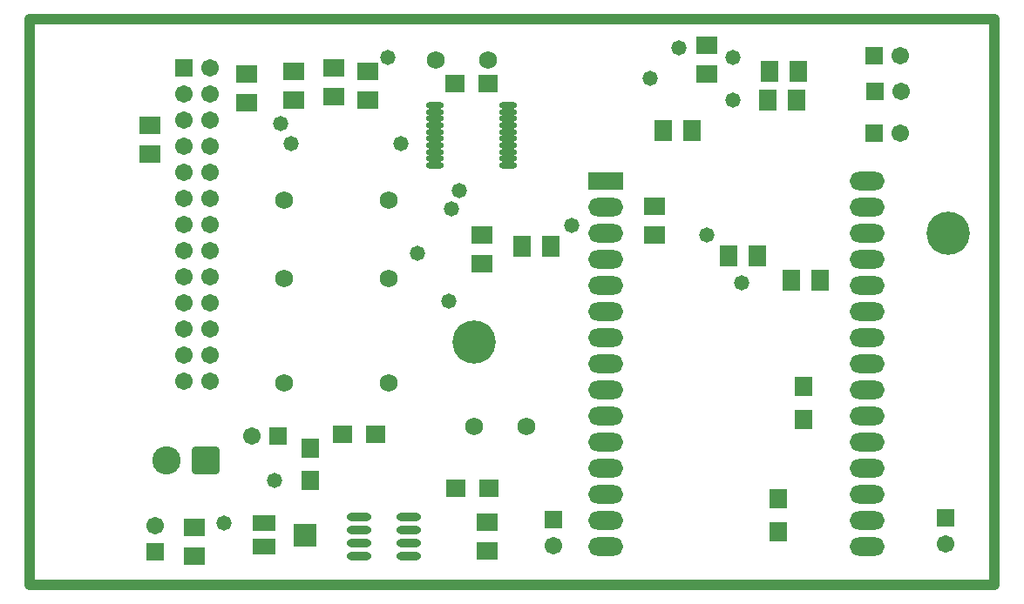
<source format=gts>
%FSLAX25Y25*%
%MOIN*%
G70*
G01*
G75*
G04 Layer_Color=8388736*
%ADD10O,0.05906X0.01772*%
%ADD11O,0.08661X0.02362*%
%ADD12R,0.07874X0.05118*%
%ADD13R,0.07874X0.07874*%
%ADD14R,0.06000X0.07000*%
%ADD15R,0.07087X0.06299*%
%ADD16R,0.06299X0.07087*%
%ADD17R,0.07000X0.06000*%
%ADD18C,0.03937*%
%ADD19C,0.01181*%
%ADD20C,0.00394*%
%ADD21C,0.01000*%
%ADD22C,0.06000*%
G04:AMPARAMS|DCode=23|XSize=100mil|YSize=100mil|CornerRadius=12.5mil|HoleSize=0mil|Usage=FLASHONLY|Rotation=90.000|XOffset=0mil|YOffset=0mil|HoleType=Round|Shape=RoundedRectangle|*
%AMROUNDEDRECTD23*
21,1,0.10000,0.07500,0,0,90.0*
21,1,0.07500,0.10000,0,0,90.0*
1,1,0.02500,0.03750,0.03750*
1,1,0.02500,0.03750,-0.03750*
1,1,0.02500,-0.03750,-0.03750*
1,1,0.02500,-0.03750,0.03750*
%
%ADD23ROUNDEDRECTD23*%
%ADD24C,0.10000*%
%ADD25C,0.05906*%
%ADD26R,0.05906X0.05906*%
%ADD27O,0.12598X0.06299*%
%ADD28R,0.12598X0.06299*%
%ADD29C,0.15748*%
%ADD30R,0.05906X0.05906*%
%ADD31C,0.05000*%
%ADD32O,0.06706X0.02572*%
%ADD33O,0.09461X0.03162*%
%ADD34R,0.08674X0.05918*%
%ADD35R,0.08674X0.08674*%
%ADD36R,0.06800X0.07800*%
%ADD37R,0.07887X0.07099*%
%ADD38R,0.07099X0.07887*%
%ADD39R,0.07800X0.06800*%
%ADD40C,0.06800*%
G04:AMPARAMS|DCode=41|XSize=108mil|YSize=108mil|CornerRadius=16.5mil|HoleSize=0mil|Usage=FLASHONLY|Rotation=90.000|XOffset=0mil|YOffset=0mil|HoleType=Round|Shape=RoundedRectangle|*
%AMROUNDEDRECTD41*
21,1,0.10800,0.07500,0,0,90.0*
21,1,0.07500,0.10800,0,0,90.0*
1,1,0.03300,0.03750,0.03750*
1,1,0.03300,0.03750,-0.03750*
1,1,0.03300,-0.03750,-0.03750*
1,1,0.03300,-0.03750,0.03750*
%
%ADD41ROUNDEDRECTD41*%
%ADD42C,0.10800*%
%ADD43C,0.06706*%
%ADD44R,0.06706X0.06706*%
%ADD45O,0.13398X0.07099*%
%ADD46R,0.13398X0.07099*%
%ADD47C,0.16548*%
%ADD48R,0.06706X0.06706*%
%ADD49C,0.05800*%
D18*
X165500Y300000D02*
Y516535D01*
X534646D01*
Y300000D02*
Y516535D01*
X165500Y300000D02*
X534646D01*
D32*
X320524Y483516D02*
D03*
Y480957D02*
D03*
Y478398D02*
D03*
Y475839D02*
D03*
Y473279D02*
D03*
Y470720D02*
D03*
Y468161D02*
D03*
Y465602D02*
D03*
Y463043D02*
D03*
Y460484D02*
D03*
X348476Y483516D02*
D03*
Y480957D02*
D03*
Y478398D02*
D03*
Y475839D02*
D03*
Y473279D02*
D03*
Y470720D02*
D03*
Y468161D02*
D03*
Y465602D02*
D03*
Y463043D02*
D03*
Y460484D02*
D03*
D33*
X291551Y326000D02*
D03*
Y321000D02*
D03*
Y316000D02*
D03*
Y311000D02*
D03*
X310449Y326000D02*
D03*
Y321000D02*
D03*
Y316000D02*
D03*
Y311000D02*
D03*
D34*
X255126Y323528D02*
D03*
Y314472D02*
D03*
D35*
X270874Y319000D02*
D03*
D36*
X461500Y375800D02*
D03*
Y363200D02*
D03*
X273000Y339700D02*
D03*
Y352300D02*
D03*
X452000Y320200D02*
D03*
Y332800D02*
D03*
D37*
X404500Y433988D02*
D03*
Y445012D02*
D03*
X338500Y434012D02*
D03*
Y422988D02*
D03*
X266500Y496512D02*
D03*
Y485488D02*
D03*
X295000Y496512D02*
D03*
Y485488D02*
D03*
X282000Y498012D02*
D03*
Y486988D02*
D03*
X248500Y495512D02*
D03*
Y484488D02*
D03*
X424500Y506512D02*
D03*
Y495488D02*
D03*
X228500Y310988D02*
D03*
Y322012D02*
D03*
X340500Y312988D02*
D03*
Y324012D02*
D03*
X211500Y464988D02*
D03*
Y476012D02*
D03*
D38*
X468012Y416500D02*
D03*
X456988D02*
D03*
X407988Y474000D02*
D03*
X419012D02*
D03*
X447988Y485500D02*
D03*
X459012D02*
D03*
X448488Y496500D02*
D03*
X459512D02*
D03*
X432988Y426000D02*
D03*
X444012D02*
D03*
X365012Y429500D02*
D03*
X353988D02*
D03*
D39*
X340800Y492000D02*
D03*
X328200D02*
D03*
X341300Y337000D02*
D03*
X328700D02*
D03*
X297800Y357500D02*
D03*
X285200D02*
D03*
D40*
X340800Y501000D02*
D03*
X320800D02*
D03*
X335500Y360500D02*
D03*
X355500D02*
D03*
X262713Y447291D02*
D03*
Y417291D02*
D03*
Y377291D02*
D03*
X302713D02*
D03*
Y417291D02*
D03*
Y447291D02*
D03*
D41*
X233000Y347500D02*
D03*
D42*
X218000D02*
D03*
D43*
X234500Y378000D02*
D03*
X224500D02*
D03*
X234500Y388000D02*
D03*
X224500D02*
D03*
X234500Y398000D02*
D03*
X224500D02*
D03*
X234500Y408000D02*
D03*
X224500D02*
D03*
X234500Y418000D02*
D03*
X224500D02*
D03*
X234500Y428000D02*
D03*
X224500D02*
D03*
X234500Y438000D02*
D03*
X224500D02*
D03*
X234500Y448000D02*
D03*
X224500D02*
D03*
X234500Y458000D02*
D03*
X224500D02*
D03*
X234500Y468000D02*
D03*
X224500D02*
D03*
X234500Y478000D02*
D03*
X224500D02*
D03*
X234500Y488000D02*
D03*
X224500D02*
D03*
X234500Y498000D02*
D03*
X516000Y315500D02*
D03*
X498500Y473000D02*
D03*
X499000Y489000D02*
D03*
X498500Y502500D02*
D03*
X250500Y357000D02*
D03*
X213500Y322500D02*
D03*
X366000Y315000D02*
D03*
D44*
X224500Y498000D02*
D03*
X516000Y325500D02*
D03*
X213500Y312500D02*
D03*
X366000Y325000D02*
D03*
D45*
X486000Y314500D02*
D03*
Y324500D02*
D03*
Y334500D02*
D03*
Y344500D02*
D03*
Y354500D02*
D03*
Y364500D02*
D03*
Y374500D02*
D03*
Y384500D02*
D03*
Y394500D02*
D03*
Y404500D02*
D03*
Y414500D02*
D03*
Y424500D02*
D03*
Y434500D02*
D03*
Y444500D02*
D03*
Y454500D02*
D03*
X386000Y314500D02*
D03*
Y324500D02*
D03*
Y334500D02*
D03*
Y344500D02*
D03*
Y354500D02*
D03*
Y364500D02*
D03*
Y374500D02*
D03*
Y384500D02*
D03*
Y394500D02*
D03*
Y404500D02*
D03*
Y414500D02*
D03*
Y424500D02*
D03*
Y434500D02*
D03*
Y444500D02*
D03*
D46*
Y454500D02*
D03*
D47*
X517000Y434500D02*
D03*
X335500Y393000D02*
D03*
D48*
X488500Y473000D02*
D03*
X489000Y489000D02*
D03*
X488500Y502500D02*
D03*
X260500Y357000D02*
D03*
D49*
X438000Y415500D02*
D03*
X330000Y451000D02*
D03*
X424500Y434000D02*
D03*
X403000Y494000D02*
D03*
X302500Y502000D02*
D03*
X414000Y505500D02*
D03*
X307500Y469000D02*
D03*
X259191Y339700D02*
D03*
X240000Y323500D02*
D03*
X434500Y501949D02*
D03*
Y485500D02*
D03*
X261500Y476500D02*
D03*
X327000Y444000D02*
D03*
X265500Y469000D02*
D03*
X314000Y427000D02*
D03*
X326000Y408500D02*
D03*
X373000Y437488D02*
D03*
M02*

</source>
